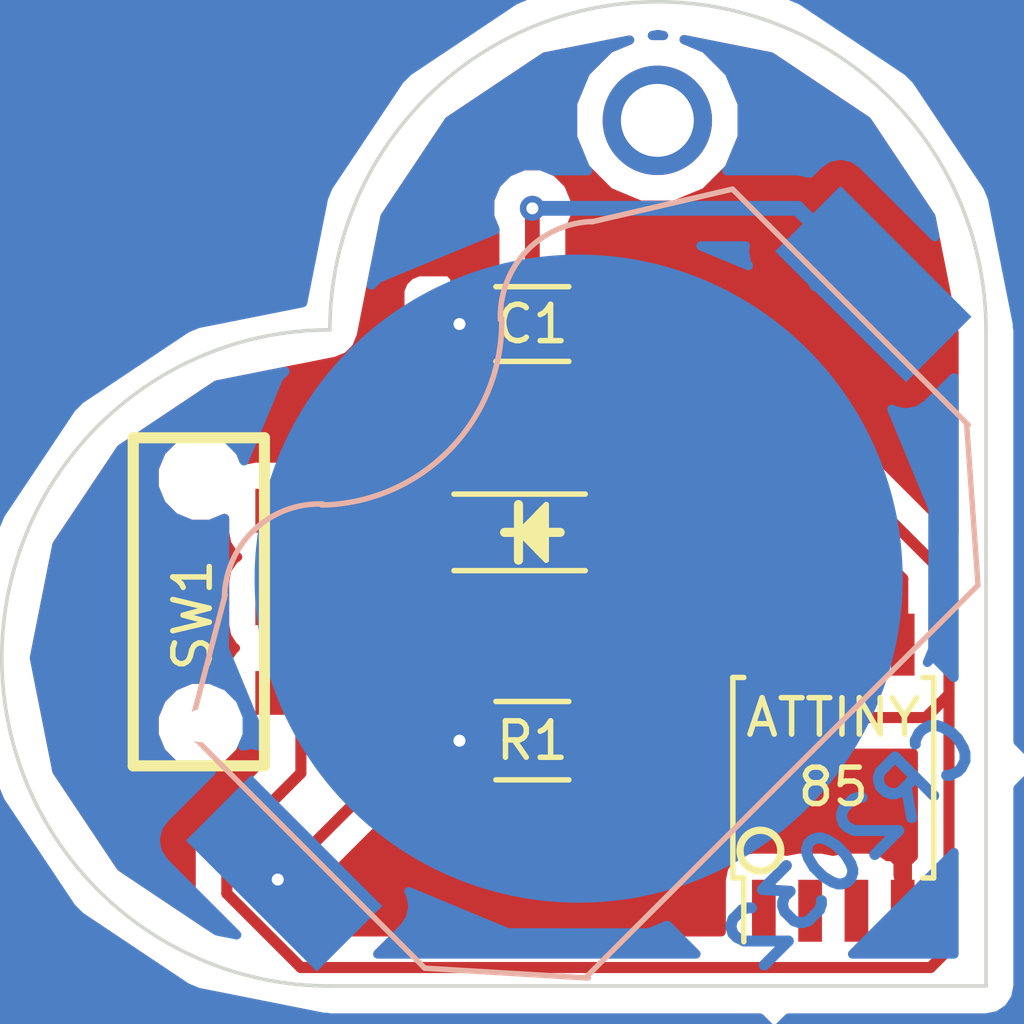
<source format=kicad_pcb>
(kicad_pcb (version 4) (host pcbnew 4.0.7)

  (general
    (links 9)
    (no_connects 0)
    (area 191.769999 76.199999 218.870001 103.300001)
    (thickness 1.6)
    (drawings 45)
    (tracks 55)
    (zones 0)
    (modules 7)
    (nets 10)
  )

  (page USLetter)
  (layers
    (0 F.Cu signal hide)
    (31 B.Cu signal hide)
    (34 B.Paste user hide)
    (35 F.Paste user hide)
    (36 B.SilkS user hide)
    (37 F.SilkS user hide)
    (38 B.Mask user hide)
    (39 F.Mask user hide)
    (40 Dwgs.User user)
    (44 Edge.Cuts user)
  )

  (setup
    (last_trace_width 0.1524)
    (user_trace_width 0.254)
    (user_trace_width 0.3048)
    (user_trace_width 0.4064)
    (user_trace_width 0.6096)
    (user_trace_width 2.032)
    (trace_clearance 0.1524)
    (zone_clearance 0.7)
    (zone_45_only no)
    (trace_min 0.1524)
    (segment_width 0.254)
    (edge_width 0.1)
    (via_size 0.6858)
    (via_drill 0.3302)
    (via_min_size 0.6858)
    (via_min_drill 0.3302)
    (user_via 1 0.5)
    (uvia_size 0.762)
    (uvia_drill 0.508)
    (uvias_allowed no)
    (uvia_min_size 0.508)
    (uvia_min_drill 0.127)
    (pcb_text_width 0.3)
    (pcb_text_size 1.5 1.5)
    (mod_edge_width 0.15)
    (mod_text_size 1 1)
    (mod_text_width 0.15)
    (pad_size 3 3)
    (pad_drill 2)
    (pad_to_mask_clearance 0)
    (aux_axis_origin 0 0)
    (grid_origin 210.82 95.25)
    (visible_elements 7FFFFFFF)
    (pcbplotparams
      (layerselection 0x010cc_80000001)
      (usegerberextensions true)
      (excludeedgelayer true)
      (linewidth 0.100000)
      (plotframeref false)
      (viasonmask false)
      (mode 1)
      (useauxorigin false)
      (hpglpennumber 1)
      (hpglpenspeed 20)
      (hpglpendiameter 15)
      (hpglpenoverlay 2)
      (psnegative false)
      (psa4output false)
      (plotreference true)
      (plotvalue true)
      (plotinvisibletext false)
      (padsonsilk false)
      (subtractmaskfromsilk false)
      (outputformat 1)
      (mirror false)
      (drillshape 0)
      (scaleselection 1)
      (outputdirectory gerbers/))
  )

  (net 0 "")
  (net 1 GND)
  (net 2 +BATT)
  (net 3 "Net-(BT1-Pad1)")
  (net 4 "Net-(CON1-Pad1)")
  (net 5 "Net-(CON1-Pad3)")
  (net 6 "Net-(CON1-Pad4)")
  (net 7 "Net-(CON1-Pad5)")
  (net 8 "Net-(D1-Pad1)")
  (net 9 "Net-(IC1-Pad2)")

  (net_class Default "This is the default net class."
    (clearance 0.1524)
    (trace_width 0.1524)
    (via_dia 0.6858)
    (via_drill 0.3302)
    (uvia_dia 0.762)
    (uvia_drill 0.508)
    (add_net +BATT)
    (add_net GND)
    (add_net "Net-(BT1-Pad1)")
    (add_net "Net-(CON1-Pad1)")
    (add_net "Net-(CON1-Pad3)")
    (add_net "Net-(CON1-Pad4)")
    (add_net "Net-(CON1-Pad5)")
    (add_net "Net-(D1-Pad1)")
    (add_net "Net-(IC1-Pad2)")
  )

  (module SPST_SMD (layer F.Cu) (tedit 5A20C6BD) (tstamp 586092E3)
    (at 200.025 92.71 270)
    (descr "Through hole pin header")
    (tags "pin header")
    (path /5860A0CD)
    (fp_text reference SW1 (at 0.365 2.97 270) (layer F.SilkS)
      (effects (font (size 1 1) (thickness 0.15)))
    )
    (fp_text value SPST (at 0.1 0 270) (layer F.Fab)
      (effects (font (size 1 1) (thickness 0.15)))
    )
    (fp_line (start -4.5 4.6) (end 4.5 4.6) (layer F.SilkS) (width 0.3048))
    (fp_line (start 4.5 1) (end 4.5 4.6) (layer F.SilkS) (width 0.3048))
    (fp_line (start -4.5 1) (end -4.5 4.6) (layer F.SilkS) (width 0.3048))
    (fp_line (start -4.5 1) (end 4.5 1) (layer F.SilkS) (width 0.3048))
    (fp_text user JS102011SAQN (at 0 1.7 270) (layer F.Fab)
      (effects (font (size 0.8 0.8) (thickness 0.1)))
    )
    (fp_line (start -1.75 14.45) (end 4.3 14.45) (layer F.CrtYd) (width 0.05))
    (pad "" np_thru_hole circle (at 3.4 2.75 270) (size 0.9 0.9) (drill 0.9) (layers *.Cu *.Mask))
    (pad 3 smd rect (at -2.5 0 270) (size 1.2 2.5) (layers F.Cu F.Paste F.Mask))
    (pad 2 smd rect (at 0.04 0 270) (size 1.2 2.5) (layers F.Cu F.Paste F.Mask)
      (net 3 "Net-(BT1-Pad1)"))
    (pad 1 smd rect (at 2.5 0 270) (size 1.2 2.5) (layers F.Cu F.Paste F.Mask)
      (net 2 +BATT))
    (pad "" np_thru_hole circle (at -3.4 2.75 270) (size 0.9 0.9) (drill 0.9) (layers *.Cu *.Mask))
  )

  (module myFootPrints:BATT_CR2032_SMD (layer B.Cu) (tedit 56CFB5D2) (tstamp 586093B2)
    (at 207.645 92.075 45)
    (tags battery)
    (path /56CFA61E)
    (fp_text reference BT1 (at 0 -5.08 45) (layer B.SilkS) hide
      (effects (font (size 1.72974 1.08712) (thickness 0.27178)) (justify mirror))
    )
    (fp_text value Battery (at 0 2.54 45) (layer B.SilkS) hide
      (effects (font (size 1.524 1.016) (thickness 0.254)) (justify mirror))
    )
    (fp_line (start -7.1755 -6.5405) (end -10.541 -4.572) (layer B.SilkS) (width 0.15))
    (fp_line (start 7.1755 -6.6675) (end 10.541 -4.572) (layer B.SilkS) (width 0.15))
    (fp_arc (start -5.4229 -4.6355) (end -3.5179 -6.4135) (angle -90) (layer B.SilkS) (width 0.15))
    (fp_arc (start 5.4102 -4.7625) (end 7.1882 -6.6675) (angle -90) (layer B.SilkS) (width 0.15))
    (fp_arc (start -0.0635 -10.033) (end -3.556 -6.4135) (angle -90) (layer B.SilkS) (width 0.15))
    (fp_line (start 7.62 7.874) (end 10.541 4.5085) (layer B.SilkS) (width 0.15))
    (fp_line (start -10.541 4.572) (end -7.5565 7.9375) (layer B.SilkS) (width 0.15))
    (fp_line (start -7.62 7.874) (end 7.62 7.874) (layer B.SilkS) (width 0.15))
    (fp_line (start -10.541 -4.572) (end -10.541 4.572) (layer B.SilkS) (width 0.15))
    (fp_line (start 10.541 -4.572) (end 10.541 4.572) (layer B.SilkS) (width 0.15))
    (fp_circle (center 0 0) (end -10.16 0) (layer Dwgs.User) (width 0.15))
    (pad 2 smd circle (at 0 0 45) (size 17.78 17.78) (layers B.Cu B.Paste B.Mask)
      (net 1 GND))
    (pad 1 smd rect (at -11.43 0 45) (size 2.54 5.08) (layers B.Cu B.Paste B.Mask)
      (net 3 "Net-(BT1-Pad1)"))
    (pad 1 smd rect (at 11.43 0 45) (size 2.54 5.08) (layers B.Cu B.Paste B.Mask)
      (net 3 "Net-(BT1-Pad1)"))
  )

  (module Housings_SOIC:SOIJ-8_5.3x5.3mm_Pitch1.27mm (layer F.Cu) (tedit 58D85853) (tstamp 58C47A99)
    (at 214.63 97.536 90)
    (descr "8-Lead Plastic Small Outline (SM) - Medium, 5.28 mm Body [SOIC] (see Microchip Packaging Specification 00000049BS.pdf)")
    (tags "SOIC 1.27")
    (path /58C478D3)
    (attr smd)
    (fp_text reference ATTINY (at 1.651 0 180) (layer F.SilkS)
      (effects (font (size 1 1) (thickness 0.15)))
    )
    (fp_text value ATTINY (at 0 3.68 90) (layer F.Fab)
      (effects (font (size 1 1) (thickness 0.15)))
    )
    (fp_circle (center -2 -2) (end -2.25 -2.5) (layer F.SilkS) (width 0.2))
    (fp_line (start -4.75 -2.95) (end -4.75 2.95) (layer F.CrtYd) (width 0.05))
    (fp_line (start 4.75 -2.95) (end 4.75 2.95) (layer F.CrtYd) (width 0.05))
    (fp_line (start -4.75 -2.95) (end 4.75 -2.95) (layer F.CrtYd) (width 0.05))
    (fp_line (start -4.75 2.95) (end 4.75 2.95) (layer F.CrtYd) (width 0.05))
    (fp_line (start -2.75 -2.755) (end -2.75 -2.455) (layer F.SilkS) (width 0.15))
    (fp_line (start 2.75 -2.755) (end 2.75 -2.455) (layer F.SilkS) (width 0.15))
    (fp_line (start 2.75 2.755) (end 2.75 2.455) (layer F.SilkS) (width 0.15))
    (fp_line (start -2.75 2.755) (end -2.75 2.455) (layer F.SilkS) (width 0.15))
    (fp_line (start -2.75 -2.755) (end 2.75 -2.755) (layer F.SilkS) (width 0.15))
    (fp_line (start -2.75 2.755) (end 2.75 2.755) (layer F.SilkS) (width 0.15))
    (fp_line (start -2.75 -2.455) (end -4.5 -2.455) (layer F.SilkS) (width 0.15))
    (pad 1 smd rect (at -3.65 -1.905 90) (size 1.7 0.65) (layers F.Cu F.Paste F.Mask)
      (net 7 "Net-(CON1-Pad5)"))
    (pad 2 smd rect (at -3.65 -0.635 90) (size 1.7 0.65) (layers F.Cu F.Paste F.Mask)
      (net 9 "Net-(IC1-Pad2)"))
    (pad 3 smd rect (at -3.65 0.635 90) (size 1.7 0.65) (layers F.Cu F.Paste F.Mask))
    (pad 4 smd rect (at -3.65 1.905 90) (size 1.7 0.65) (layers F.Cu F.Paste F.Mask)
      (net 1 GND))
    (pad 5 smd rect (at 3.65 1.905 90) (size 1.7 0.65) (layers F.Cu F.Paste F.Mask)
      (net 6 "Net-(CON1-Pad4)"))
    (pad 6 smd rect (at 3.65 0.635 90) (size 1.7 0.65) (layers F.Cu F.Paste F.Mask)
      (net 4 "Net-(CON1-Pad1)"))
    (pad 7 smd rect (at 3.65 -0.635 90) (size 1.7 0.65) (layers F.Cu F.Paste F.Mask)
      (net 5 "Net-(CON1-Pad3)"))
    (pad 8 smd rect (at 3.65 -1.905 90) (size 1.7 0.65) (layers F.Cu F.Paste F.Mask)
      (net 2 +BATT))
    (model Housings_SOIC.3dshapes/SOIJ-8_5.3x5.3mm_Pitch1.27mm.wrl
      (at (xyz 0 0 0))
      (scale (xyz 1 1 1))
      (rotate (xyz 0 0 0))
    )
  )

  (module LEDs:LED-1206 (layer F.Cu) (tedit 58C4D23A) (tstamp 58C47B3C)
    (at 206.375 90.805)
    (descr "LED 1206 smd package")
    (tags "LED1206 SMD")
    (path /58C49927)
    (attr smd)
    (fp_text reference D1 (at 0 -2) (layer F.SilkS) hide
      (effects (font (size 1 1) (thickness 0.15)))
    )
    (fp_text value LED (at 0 2) (layer F.Fab)
      (effects (font (size 1 1) (thickness 0.15)))
    )
    (fp_line (start -0.762 0) (end 0.762 0) (layer F.SilkS) (width 0.25))
    (fp_line (start -0.381 -0.762) (end -0.381 0.762) (layer F.SilkS) (width 0.25))
    (fp_line (start -0.635 0) (end -0.508 0) (layer F.SilkS) (width 0.15))
    (fp_line (start 0.254 0.635) (end 0.381 0.762) (layer F.SilkS) (width 0.15))
    (fp_line (start 0.254 -0.635) (end 0.381 -0.762) (layer F.SilkS) (width 0.15))
    (fp_line (start 0.381 -0.762) (end 0.381 0.762) (layer F.SilkS) (width 0.15))
    (fp_line (start 0.127 -0.508) (end 0.254 -0.635) (layer F.SilkS) (width 0.15))
    (fp_line (start 0.127 0.508) (end 0.254 0.635) (layer F.SilkS) (width 0.15))
    (fp_line (start 0.254 0.508) (end 0.254 0.635) (layer F.SilkS) (width 0.15))
    (fp_line (start 0.254 -0.635) (end 0.254 0.508) (layer F.SilkS) (width 0.15))
    (fp_line (start -2.15 1.05) (end 1.45 1.05) (layer F.SilkS) (width 0.15))
    (fp_line (start -2.15 -1.05) (end 1.45 -1.05) (layer F.SilkS) (width 0.15))
    (fp_line (start 0.027 -0.3) (end 0.027 0.3) (layer F.SilkS) (width 0.15))
    (fp_line (start 0.027 0.3) (end -0.273 0) (layer F.SilkS) (width 0.15))
    (fp_line (start -0.273 0) (end -0.073 -0.2) (layer F.SilkS) (width 0.15))
    (fp_line (start -0.073 -0.2) (end -0.073 0.05) (layer F.SilkS) (width 0.15))
    (fp_line (start -0.073 0.05) (end -0.123 0) (layer F.SilkS) (width 0.15))
    (fp_line (start 0.127 0) (end 0.627 0) (layer F.SilkS) (width 0.15))
    (fp_line (start -0.373 0) (end 0.127 -0.5) (layer F.SilkS) (width 0.15))
    (fp_line (start 0.127 -0.5) (end 0.127 0.5) (layer F.SilkS) (width 0.15))
    (fp_line (start 0.127 0.5) (end -0.373 0) (layer F.SilkS) (width 0.15))
    (fp_line (start 2.5 -1.25) (end -2.5 -1.25) (layer F.CrtYd) (width 0.05))
    (fp_line (start -2.5 -1.25) (end -2.5 1.25) (layer F.CrtYd) (width 0.05))
    (fp_line (start -2.5 1.25) (end 2.5 1.25) (layer F.CrtYd) (width 0.05))
    (fp_line (start 2.5 1.25) (end 2.5 -1.25) (layer F.CrtYd) (width 0.05))
    (pad 2 smd rect (at 1.905 0 180) (size 2 1.80086) (layers F.Cu F.Paste F.Mask)
      (net 6 "Net-(CON1-Pad4)"))
    (pad 1 smd rect (at -1.905 0 180) (size 2 1.80086) (layers F.Cu F.Paste F.Mask)
      (net 8 "Net-(D1-Pad1)"))
    (model LEDs.3dshapes/LED_1206.wrl
      (at (xyz 0 0 0))
      (scale (xyz 1 1 1))
      (rotate (xyz 0 0 0))
    )
  )

  (module Pin_Headers:Pin_Header_Straight_1x01 (layer F.Cu) (tedit 58C4AD73) (tstamp 5860AB5B)
    (at 209.804 79.502)
    (descr "Through hole pin header")
    (tags "pin header")
    (path /5860AE9A)
    (fp_text reference P1 (at -0.6 -0.5) (layer F.SilkS) hide
      (effects (font (size 0.127 0.127) (thickness 0.03175)))
    )
    (fp_text value CONN_01X01 (at 0 0.9) (layer F.Fab)
      (effects (font (size 0.127 0.127) (thickness 0.03175)))
    )
    (pad "" thru_hole circle (at 0 0) (size 3 3) (drill 2) (layers *.Cu *.Mask))
  )

  (module Capacitors_SMD:C_1206_HandSoldering (layer F.Cu) (tedit 58C47DA8) (tstamp 58C47A8D)
    (at 206.375 85.09)
    (descr "Capacitor SMD 1206, hand soldering")
    (tags "capacitor 1206")
    (path /553FDF53)
    (attr smd)
    (fp_text reference C1 (at 0 0) (layer F.SilkS)
      (effects (font (size 1 1) (thickness 0.15)))
    )
    (fp_text value "0.1 uF" (at 0 2.3) (layer F.Fab)
      (effects (font (size 1 1) (thickness 0.15)))
    )
    (fp_line (start -3.3 -1.15) (end 3.3 -1.15) (layer F.CrtYd) (width 0.05))
    (fp_line (start -3.3 1.15) (end 3.3 1.15) (layer F.CrtYd) (width 0.05))
    (fp_line (start -3.3 -1.15) (end -3.3 1.15) (layer F.CrtYd) (width 0.05))
    (fp_line (start 3.3 -1.15) (end 3.3 1.15) (layer F.CrtYd) (width 0.05))
    (fp_line (start 1 -1.025) (end -1 -1.025) (layer F.SilkS) (width 0.15))
    (fp_line (start -1 1.025) (end 1 1.025) (layer F.SilkS) (width 0.15))
    (pad 1 smd rect (at -2 0) (size 2 1.6) (layers F.Cu F.Paste F.Mask)
      (net 1 GND))
    (pad 2 smd rect (at 2 0) (size 2 1.6) (layers F.Cu F.Paste F.Mask)
      (net 2 +BATT))
    (model Capacitors_SMD.3dshapes/C_1206_HandSoldering.wrl
      (at (xyz 0 0 0))
      (scale (xyz 1 1 1))
      (rotate (xyz 0 0 0))
    )
  )

  (module Resistors_SMD:R_1206_HandSoldering (layer F.Cu) (tedit 58C47DAE) (tstamp 58C47A9F)
    (at 206.375 96.52 180)
    (descr "Resistor SMD 1206, hand soldering")
    (tags "resistor 1206")
    (path /56CEB2B5)
    (attr smd)
    (fp_text reference R1 (at 0 0 180) (layer F.SilkS)
      (effects (font (size 1 1) (thickness 0.15)))
    )
    (fp_text value 330 (at 0 2.3 180) (layer F.Fab)
      (effects (font (size 1 1) (thickness 0.15)))
    )
    (fp_line (start -3.3 -1.2) (end 3.3 -1.2) (layer F.CrtYd) (width 0.05))
    (fp_line (start -3.3 1.2) (end 3.3 1.2) (layer F.CrtYd) (width 0.05))
    (fp_line (start -3.3 -1.2) (end -3.3 1.2) (layer F.CrtYd) (width 0.05))
    (fp_line (start 3.3 -1.2) (end 3.3 1.2) (layer F.CrtYd) (width 0.05))
    (fp_line (start 1 1.075) (end -1 1.075) (layer F.SilkS) (width 0.15))
    (fp_line (start -1 -1.075) (end 1 -1.075) (layer F.SilkS) (width 0.15))
    (pad 1 smd rect (at -2 0 180) (size 2 1.7) (layers F.Cu F.Paste F.Mask)
      (net 8 "Net-(D1-Pad1)"))
    (pad 2 smd rect (at 2 0 180) (size 2 1.7) (layers F.Cu F.Paste F.Mask)
      (net 1 GND))
    (model Resistors_SMD.3dshapes/R_1206_HandSoldering.wrl
      (at (xyz 0 0 0))
      (scale (xyz 1 1 1))
      (rotate (xyz 0 0 0))
    )
  )

  (gr_text CR2032 (at 215.138 99.314 45) (layer B.Cu)
    (effects (font (size 1.5 1.5) (thickness 0.3)) (justify mirror))
  )
  (gr_line (start 204.47 92.71) (end 208.28 96.52) (angle 90) (layer F.Mask) (width 0.254))
  (gr_line (start 204.47 91.44) (end 204.47 92.71) (angle 90) (layer F.Mask) (width 0.254))
  (gr_line (start 216.535 92.075) (end 216.535 93.98) (angle 90) (layer F.Mask) (width 0.254))
  (gr_line (start 215.265 90.805) (end 216.535 92.075) (angle 90) (layer F.Mask) (width 0.254))
  (gr_line (start 208.915 90.805) (end 215.265 90.805) (angle 90) (layer F.Mask) (width 0.254))
  (gr_line (start 206.375 86.995) (end 206.375 83.82) (angle 90) (layer F.Mask) (width 0.254))
  (gr_line (start 205.74 87.63) (end 206.375 86.995) (angle 90) (layer F.Mask) (width 0.254))
  (gr_line (start 203.835 87.63) (end 205.74 87.63) (angle 90) (layer F.Mask) (width 0.254))
  (gr_line (start 202.565 88.9) (end 203.835 87.63) (angle 90) (layer F.Mask) (width 0.254))
  (gr_line (start 202.565 92.075) (end 202.565 88.9) (angle 90) (layer F.Mask) (width 0.254))
  (gr_line (start 201.93 92.71) (end 202.565 92.075) (angle 90) (layer F.Mask) (width 0.254))
  (gr_line (start 200.66 92.71) (end 201.93 92.71) (angle 90) (layer F.Mask) (width 0.254))
  (gr_line (start 210.82 85.09) (end 208.661 85.09) (angle 90) (layer F.Mask) (width 0.254))
  (gr_line (start 217.805 92.075) (end 210.82 85.09) (angle 90) (layer F.Mask) (width 0.254))
  (gr_line (start 217.805 102.235) (end 217.805 92.075) (angle 90) (layer F.Mask) (width 0.254))
  (gr_line (start 217.297 102.743) (end 217.805 102.235) (angle 90) (layer F.Mask) (width 0.254))
  (gr_line (start 200.025 102.743) (end 217.297 102.743) (angle 90) (layer F.Mask) (width 0.254))
  (gr_line (start 197.993 100.711) (end 200.025 102.743) (angle 90) (layer F.Mask) (width 0.254))
  (gr_line (start 197.993 99.441) (end 197.993 100.711) (angle 90) (layer F.Mask) (width 0.254))
  (gr_line (start 200.025 97.409) (end 197.993 99.441) (angle 90) (layer F.Mask) (width 0.254))
  (gr_line (start 200.025 95.377) (end 200.025 97.409) (angle 90) (layer F.Mask) (width 0.254))
  (gr_line (start 202.565 97.155) (end 199.39 100.33) (angle 90) (layer F.Mask) (width 0.254))
  (gr_line (start 202.565 93.98) (end 202.565 97.155) (angle 90) (layer F.Mask) (width 0.254))
  (gr_line (start 201.295 92.71) (end 202.565 93.98) (angle 90) (layer F.Mask) (width 0.254))
  (gr_line (start 207.645 91.44) (end 207.645 92.71) (angle 90) (layer Dwgs.User) (width 0.254))
  (gr_line (start 207.01 92.075) (end 208.28 92.075) (angle 90) (layer Dwgs.User) (width 0.254))
  (gr_text CR2032 (at 215.138 99.314 45) (layer B.Mask)
    (effects (font (size 1.5 1.5) (thickness 0.3)) (justify mirror))
  )
  (gr_text 85 (at 214.63 97.79) (layer F.SilkS)
    (effects (font (size 1 1) (thickness 0.15)))
  )
  (gr_line (start 200.82 103.25) (end 196.82 99.25) (angle 90) (layer Dwgs.User) (width 0.254))
  (gr_line (start 202.82 101.25) (end 200.82 103.25) (angle 90) (layer Dwgs.User) (width 0.254))
  (gr_line (start 198.82 97.25) (end 202.82 101.25) (angle 90) (layer Dwgs.User) (width 0.254))
  (gr_line (start 196.82 99.25) (end 198.82 97.25) (angle 90) (layer Dwgs.User) (width 0.254))
  (gr_line (start 216.82 87.25) (end 218.82 85.25) (angle 90) (layer Dwgs.User) (width 0.254))
  (gr_line (start 216.82 87.25) (end 212.82 83.25) (angle 90) (layer Dwgs.User) (width 0.254))
  (gr_line (start 214.82 81.25) (end 218.82 85.25) (angle 90) (layer Dwgs.User) (width 0.254))
  (gr_line (start 212.82 83.25) (end 214.82 81.25) (angle 90) (layer Dwgs.User) (width 0.254))
  (gr_circle (center 207.82 92.25) (end 197.82 90.25) (layer Dwgs.User) (width 0.254))
  (gr_line (start 200.82 103.25) (end 218.82 103.25) (angle 90) (layer Edge.Cuts) (width 0.1))
  (gr_arc (start 200.82 94.25) (end 200.82 103.25) (angle 90) (layer Edge.Cuts) (width 0.1))
  (gr_arc (start 200.82 94.25) (end 191.82 94.25) (angle 90) (layer Edge.Cuts) (width 0.1))
  (gr_arc (start 209.82 85.25) (end 200.82 85.25) (angle 90) (layer Edge.Cuts) (width 0.1))
  (gr_arc (start 209.82 85.25) (end 209.82 76.25) (angle 90) (layer Edge.Cuts) (width 0.1))
  (gr_line (start 218.82 103.25) (end 218.82 85.25) (angle 90) (layer Edge.Cuts) (width 0.1))
  (gr_line (start 202.32 86.75) (end 219.82 104.25) (angle 90) (layer Dwgs.User) (width 0.1))

  (via (at 204.375 85.09) (size 0.6858) (drill 0.3302) (layers F.Cu B.Cu) (net 1))
  (segment (start 204.375 85.09) (end 207.645 88.36) (width 0.3048) (layer B.Cu) (net 1) (tstamp 5A20C814))
  (segment (start 207.645 88.36) (end 207.645 92.075) (width 0.3048) (layer B.Cu) (net 1) (tstamp 5A20C815))
  (segment (start 204.375 85.09) (end 204.47 85.09) (width 0.3048) (layer F.Cu) (net 1))
  (via (at 204.375 96.52) (size 0.6858) (drill 0.3302) (layers F.Cu B.Cu) (net 1))
  (segment (start 204.375 96.52) (end 207.645 93.25) (width 0.3048) (layer B.Cu) (net 1) (tstamp 5A20C33A))
  (segment (start 207.645 93.25) (end 207.645 92.075) (width 0.3048) (layer B.Cu) (net 1) (tstamp 5A20C33B))
  (segment (start 204.375 96.52) (end 204.375 98.33) (width 0.3048) (layer F.Cu) (net 1))
  (segment (start 215.9 99.06) (end 216.535 99.695) (width 0.3048) (layer F.Cu) (net 1) (tstamp 5A20C25F))
  (segment (start 205.105 99.06) (end 215.9 99.06) (width 0.3048) (layer F.Cu) (net 1) (tstamp 5A20C25C))
  (segment (start 204.375 98.33) (end 205.105 99.06) (width 0.3048) (layer F.Cu) (net 1) (tstamp 5A20C258))
  (segment (start 216.535 99.695) (end 216.535 101.186) (width 0.3048) (layer F.Cu) (net 1) (tstamp 5A20C261))
  (segment (start 204.47 84.995) (end 204.375 85.09) (width 0.3048) (layer F.Cu) (net 1) (tstamp 58D85785))
  (segment (start 204.375 85.09) (end 204.089 85.09) (width 0.3048) (layer F.Cu) (net 1))
  (segment (start 200.025 95.21) (end 200.025 97.409) (width 0.3048) (layer F.Cu) (net 2))
  (segment (start 217.805 102.235) (end 217.805 95.25) (width 0.3048) (layer F.Cu) (net 2) (tstamp 5A20C71B))
  (segment (start 217.297 102.743) (end 217.805 102.235) (width 0.3048) (layer F.Cu) (net 2) (tstamp 5A20C718))
  (segment (start 200.025 102.743) (end 217.297 102.743) (width 0.3048) (layer F.Cu) (net 2) (tstamp 5A20C715))
  (segment (start 197.993 100.711) (end 200.025 102.743) (width 0.3048) (layer F.Cu) (net 2) (tstamp 5A20C710))
  (segment (start 197.993 99.441) (end 197.993 100.711) (width 0.3048) (layer F.Cu) (net 2) (tstamp 5A20C70E))
  (segment (start 200.025 97.409) (end 197.993 99.441) (width 0.3048) (layer F.Cu) (net 2) (tstamp 5A20C70B))
  (segment (start 212.725 93.886) (end 212.725 95.25) (width 0.3048) (layer F.Cu) (net 2))
  (segment (start 210.82 85.09) (end 208.375 85.09) (width 0.3048) (layer F.Cu) (net 2) (tstamp 5A20C600))
  (segment (start 217.805 92.075) (end 210.82 85.09) (width 0.3048) (layer F.Cu) (net 2) (tstamp 5A20C5FA))
  (segment (start 217.805 95.25) (end 217.805 92.075) (width 0.3048) (layer F.Cu) (net 2) (tstamp 5A20C5F8))
  (segment (start 217.17 95.885) (end 217.805 95.25) (width 0.3048) (layer F.Cu) (net 2) (tstamp 5A20C5F7))
  (segment (start 213.36 95.885) (end 217.17 95.885) (width 0.3048) (layer F.Cu) (net 2) (tstamp 5A20C5F6))
  (segment (start 212.725 95.25) (end 213.36 95.885) (width 0.3048) (layer F.Cu) (net 2) (tstamp 5A20C5F4))
  (segment (start 208.375 85.09) (end 208.375 84.55) (width 0.3048) (layer F.Cu) (net 2))
  (segment (start 208.375 85.09) (end 208.375 85.122) (width 0.3048) (layer F.Cu) (net 2))
  (segment (start 206.375 81.915) (end 213.649462 81.915) (width 0.4064) (layer B.Cu) (net 3))
  (segment (start 201.89 92.75) (end 202.565 92.075) (width 0.4064) (layer F.Cu) (net 3) (tstamp 5A20D1EB))
  (segment (start 202.565 92.075) (end 202.565 88.9) (width 0.4064) (layer F.Cu) (net 3) (tstamp 5A20D1EC))
  (segment (start 202.565 88.9) (end 203.835 87.63) (width 0.4064) (layer F.Cu) (net 3) (tstamp 5A20D1ED))
  (segment (start 203.835 87.63) (end 205.74 87.63) (width 0.4064) (layer F.Cu) (net 3) (tstamp 5A20D1EE))
  (segment (start 205.74 87.63) (end 206.375 86.995) (width 0.4064) (layer F.Cu) (net 3) (tstamp 5A20D1EF))
  (segment (start 206.375 86.995) (end 206.375 81.915) (width 0.4064) (layer F.Cu) (net 3) (tstamp 5A20D1F0))
  (via (at 206.375 81.915) (size 0.6858) (drill 0.3302) (layers F.Cu B.Cu) (net 3))
  (segment (start 200.025 92.75) (end 201.89 92.75) (width 0.4064) (layer F.Cu) (net 3))
  (segment (start 213.649462 81.915) (end 215.727231 83.992769) (width 0.4064) (layer B.Cu) (net 3) (tstamp 5A20D1F9))
  (segment (start 214.167769 83.992769) (end 215.727231 83.992769) (width 0.4064) (layer B.Cu) (net 3) (tstamp 5A20D1F4))
  (segment (start 200.025 92.75) (end 201.335 92.75) (width 0.3048) (layer F.Cu) (net 3))
  (segment (start 199.39 100.33) (end 199.562769 100.157231) (width 0.3048) (layer B.Cu) (net 3) (tstamp 5A20C53D))
  (via (at 199.39 100.33) (size 0.6858) (drill 0.3302) (layers F.Cu B.Cu) (net 3))
  (segment (start 202.565 97.155) (end 199.39 100.33) (width 0.3048) (layer F.Cu) (net 3) (tstamp 5A20C536))
  (segment (start 202.565 93.98) (end 202.565 97.155) (width 0.3048) (layer F.Cu) (net 3) (tstamp 5A20C534))
  (segment (start 201.335 92.75) (end 202.565 93.98) (width 0.3048) (layer F.Cu) (net 3) (tstamp 5A20C531))
  (segment (start 216.535 93.886) (end 216.535 92.075) (width 0.3048) (layer F.Cu) (net 6))
  (segment (start 215.265 90.805) (end 208.28 90.805) (width 0.3048) (layer F.Cu) (net 6) (tstamp 5A20C057))
  (segment (start 216.535 92.075) (end 215.265 90.805) (width 0.3048) (layer F.Cu) (net 6) (tstamp 5A20C055))
  (segment (start 208.788 90.297) (end 208.28 90.805) (width 0.3048) (layer F.Cu) (net 6) (tstamp 58D856C3))
  (segment (start 208.375 90.9) (end 208.28 90.805) (width 0.3048) (layer F.Cu) (net 6) (tstamp 58D8560E))
  (segment (start 204.47 90.805) (end 204.47 92.615) (width 0.3048) (layer F.Cu) (net 8))
  (segment (start 204.47 92.615) (end 208.375 96.52) (width 0.3048) (layer F.Cu) (net 8) (tstamp 58D856BF))
  (segment (start 204.375 90.9) (end 204.47 90.805) (width 0.3048) (layer F.Cu) (net 8) (tstamp 58D8532E))

  (zone (net 1) (net_name GND) (layer F.Cu) (tstamp 5A20BF7B) (hatch edge 0.508)
    (connect_pads (clearance 0.7))
    (min_thickness 0.254)
    (fill yes (arc_segments 16) (thermal_gap 0.508) (thermal_bridge_width 0.508))
    (polygon
      (pts
        (xy 220.98 105.41) (xy 189.23 105.41) (xy 189.23 74.93) (xy 220.98 74.93)
      )
    )
    (filled_polygon
      (pts
        (xy 214.170519 89.8256) (xy 210.108342 89.8256) (xy 210.065535 89.598102) (xy 209.884413 89.316631) (xy 209.608052 89.127801)
        (xy 209.28 89.061369) (xy 207.28 89.061369) (xy 206.973532 89.119035) (xy 206.692061 89.300157) (xy 206.503231 89.576518)
        (xy 206.436799 89.90457) (xy 206.436799 91.70543) (xy 206.494465 92.011898) (xy 206.675587 92.293369) (xy 206.951948 92.482199)
        (xy 207.28 92.548631) (xy 209.28 92.548631) (xy 209.586468 92.490965) (xy 209.867939 92.309843) (xy 210.056769 92.033482)
        (xy 210.107209 91.7844) (xy 214.85932 91.7844) (xy 215.267718 92.192799) (xy 214.94 92.192799) (xy 214.633532 92.250465)
        (xy 214.626646 92.254896) (xy 214.32 92.192799) (xy 213.67 92.192799) (xy 213.363532 92.250465) (xy 213.356646 92.254896)
        (xy 213.05 92.192799) (xy 212.4 92.192799) (xy 212.093532 92.250465) (xy 211.812061 92.431587) (xy 211.623231 92.707948)
        (xy 211.556799 93.036) (xy 211.556799 94.736) (xy 211.614465 95.042468) (xy 211.7456 95.246257) (xy 211.7456 95.25)
        (xy 211.804018 95.54369) (xy 211.820152 95.624801) (xy 212.03246 95.94254) (xy 212.66746 96.577541) (xy 212.970761 96.7802)
        (xy 212.9852 96.789848) (xy 213.36 96.8644) (xy 216.8256 96.8644) (xy 216.8256 99.701) (xy 216.82075 99.701)
        (xy 216.662 99.85975) (xy 216.662 101.059) (xy 216.682 101.059) (xy 216.682 101.313) (xy 216.662 101.313)
        (xy 216.662 101.333) (xy 216.433201 101.333) (xy 216.433201 100.336) (xy 216.408 100.202068) (xy 216.408 99.85975)
        (xy 216.24925 99.701) (xy 216.125537 99.701) (xy 215.918052 99.559231) (xy 215.59 99.492799) (xy 214.94 99.492799)
        (xy 214.633532 99.550465) (xy 214.626646 99.554896) (xy 214.32 99.492799) (xy 213.67 99.492799) (xy 213.363532 99.550465)
        (xy 213.356646 99.554896) (xy 213.05 99.492799) (xy 212.4 99.492799) (xy 212.093532 99.550465) (xy 211.812061 99.731587)
        (xy 211.623231 100.007948) (xy 211.556799 100.336) (xy 211.556799 101.7636) (xy 200.43068 101.7636) (xy 200.00769 101.34061)
        (xy 200.05183 101.322372) (xy 200.381215 100.993561) (xy 200.559697 100.563728) (xy 200.559713 100.545367) (xy 203.143607 97.961473)
        (xy 203.248691 98.005) (xy 204.08925 98.005) (xy 204.248 97.84625) (xy 204.248 96.647) (xy 204.502 96.647)
        (xy 204.502 97.84625) (xy 204.66075 98.005) (xy 205.501309 98.005) (xy 205.734698 97.908327) (xy 205.913327 97.729699)
        (xy 206.01 97.49631) (xy 206.01 96.80575) (xy 205.85125 96.647) (xy 204.502 96.647) (xy 204.248 96.647)
        (xy 204.228 96.647) (xy 204.228 96.393) (xy 204.248 96.393) (xy 204.248 95.19375) (xy 204.08925 95.035)
        (xy 203.5444 95.035) (xy 203.5444 93.98) (xy 203.469848 93.6052) (xy 203.413454 93.520801) (xy 203.257541 93.28746)
        (xy 203.033502 93.063421) (xy 203.293461 92.803462) (xy 203.46448 92.547513) (xy 203.47 92.548631) (xy 203.4906 92.548631)
        (xy 203.4906 92.615) (xy 203.548603 92.9066) (xy 203.565152 92.989801) (xy 203.77746 93.30754) (xy 205.507473 95.037553)
        (xy 205.501309 95.035) (xy 204.66075 95.035) (xy 204.502 95.19375) (xy 204.502 96.393) (xy 205.85125 96.393)
        (xy 206.01 96.23425) (xy 206.01 95.54369) (xy 206.007447 95.537527) (xy 206.531799 96.061879) (xy 206.531799 97.37)
        (xy 206.589465 97.676468) (xy 206.770587 97.957939) (xy 207.046948 98.146769) (xy 207.375 98.213201) (xy 209.375 98.213201)
        (xy 209.681468 98.155535) (xy 209.962939 97.974413) (xy 210.151769 97.698052) (xy 210.218201 97.37) (xy 210.218201 95.67)
        (xy 210.160535 95.363532) (xy 209.979413 95.082061) (xy 209.703052 94.893231) (xy 209.375 94.826799) (xy 208.066879 94.826799)
        (xy 205.738238 92.498158) (xy 205.776468 92.490965) (xy 206.057939 92.309843) (xy 206.246769 92.033482) (xy 206.313201 91.70543)
        (xy 206.313201 89.90457) (xy 206.255535 89.598102) (xy 206.074413 89.316631) (xy 205.798052 89.127801) (xy 205.47 89.061369)
        (xy 203.860553 89.061369) (xy 204.261723 88.6602) (xy 205.74 88.6602) (xy 206.068832 88.594791) (xy 206.134241 88.581781)
        (xy 206.468461 88.358461) (xy 207.103462 87.723461) (xy 207.326781 87.389241) (xy 207.4052 86.995) (xy 207.4052 86.733201)
        (xy 209.375 86.733201) (xy 209.681468 86.675535) (xy 209.962939 86.494413) (xy 210.151769 86.218052) (xy 210.181872 86.0694)
        (xy 210.41432 86.0694)
      )
    )
    (filled_polygon
      (pts
        (xy 212.921963 77.7612) (xy 215.551679 79.518321) (xy 217.3088 82.148037) (xy 217.943 85.336378) (xy 217.943 90.827919)
        (xy 211.51254 84.39746) (xy 211.194801 84.185152) (xy 211.132618 84.172783) (xy 210.82 84.1106) (xy 210.184445 84.1106)
        (xy 210.160535 83.983532) (xy 209.979413 83.702061) (xy 209.703052 83.513231) (xy 209.375 83.446799) (xy 207.4052 83.446799)
        (xy 207.4052 82.484675) (xy 207.544697 82.148728) (xy 207.545103 81.683313) (xy 207.367372 81.25317) (xy 207.038561 80.923785)
        (xy 206.608728 80.745303) (xy 206.143313 80.744897) (xy 205.71317 80.922628) (xy 205.383785 81.251439) (xy 205.205303 81.681272)
        (xy 205.204897 82.146687) (xy 205.3448 82.485279) (xy 205.3448 83.655) (xy 204.66075 83.655) (xy 204.502 83.81375)
        (xy 204.502 84.963) (xy 204.522 84.963) (xy 204.522 85.217) (xy 204.502 85.217) (xy 204.502 86.36625)
        (xy 204.66075 86.525) (xy 205.3448 86.525) (xy 205.3448 86.568277) (xy 205.313278 86.5998) (xy 203.835 86.5998)
        (xy 203.44076 86.678219) (xy 203.440758 86.67822) (xy 203.440759 86.67822) (xy 203.106538 86.901539) (xy 201.836539 88.171539)
        (xy 201.613219 88.505759) (xy 201.613219 88.50576) (xy 201.55021 88.82253) (xy 201.275 88.766799) (xy 198.775 88.766799)
        (xy 198.468532 88.824465) (xy 198.458709 88.830786) (xy 198.358219 88.587583) (xy 197.999307 88.228043) (xy 197.530125 88.033222)
        (xy 197.022103 88.032779) (xy 196.552583 88.226781) (xy 196.193043 88.585693) (xy 195.998222 89.054875) (xy 195.997779 89.562897)
        (xy 196.191781 90.032417) (xy 196.550693 90.391957) (xy 197.019875 90.586778) (xy 197.527897 90.587221) (xy 197.931799 90.420332)
        (xy 197.931799 90.81) (xy 197.989465 91.116468) (xy 198.170587 91.397939) (xy 198.289862 91.479436) (xy 198.187061 91.545587)
        (xy 197.998231 91.821948) (xy 197.931799 92.15) (xy 197.931799 93.35) (xy 197.989465 93.656468) (xy 198.170587 93.937939)
        (xy 198.229564 93.978237) (xy 198.187061 94.005587) (xy 197.998231 94.281948) (xy 197.931799 94.61) (xy 197.931799 95.000011)
        (xy 197.530125 94.833222) (xy 197.022103 94.832779) (xy 196.552583 95.026781) (xy 196.193043 95.385693) (xy 195.998222 95.854875)
        (xy 195.997779 96.362897) (xy 196.191781 96.832417) (xy 196.550693 97.191957) (xy 197.019875 97.386778) (xy 197.527897 97.387221)
        (xy 197.997417 97.193219) (xy 198.356957 96.834307) (xy 198.458751 96.589159) (xy 198.775 96.653201) (xy 199.0456 96.653201)
        (xy 199.0456 97.00332) (xy 197.30046 98.74846) (xy 197.088152 99.066199) (xy 197.088152 99.0662) (xy 197.0136 99.441)
        (xy 197.0136 100.711) (xy 197.051244 100.90025) (xy 197.088152 101.085801) (xy 197.30046 101.40354) (xy 197.46996 101.57304)
        (xy 195.088321 99.981679) (xy 193.3312 97.351963) (xy 192.714182 94.25) (xy 193.3312 91.148037) (xy 195.088321 88.518321)
        (xy 197.718037 86.7612) (xy 200.991094 86.110149) (xy 201.307235 85.979199) (xy 201.549199 85.737235) (xy 201.680149 85.421094)
        (xy 201.689168 85.37575) (xy 202.74 85.37575) (xy 202.74 86.01631) (xy 202.836673 86.249699) (xy 203.015302 86.428327)
        (xy 203.248691 86.525) (xy 204.08925 86.525) (xy 204.248 86.36625) (xy 204.248 85.217) (xy 202.89875 85.217)
        (xy 202.74 85.37575) (xy 201.689168 85.37575) (xy 201.930261 84.16369) (xy 202.74 84.16369) (xy 202.74 84.80425)
        (xy 202.89875 84.963) (xy 204.248 84.963) (xy 204.248 83.81375) (xy 204.08925 83.655) (xy 203.248691 83.655)
        (xy 203.015302 83.751673) (xy 202.836673 83.930301) (xy 202.74 84.16369) (xy 201.930261 84.16369) (xy 202.3312 82.148037)
        (xy 204.088321 79.518321) (xy 206.718037 77.7612) (xy 209.042462 77.298844) (xy 208.487582 77.528115) (xy 207.832415 78.182139)
        (xy 207.477404 79.0371) (xy 207.476597 79.962838) (xy 207.830115 80.818418) (xy 208.484139 81.473585) (xy 209.3391 81.828596)
        (xy 210.264838 81.829403) (xy 211.120418 81.475885) (xy 211.775585 80.821861) (xy 212.130596 79.9669) (xy 212.131403 79.041162)
        (xy 211.777885 78.185582) (xy 211.123861 77.530415) (xy 210.537337 77.286869)
      )
    )
  )
  (zone (net 0) (net_name "") (layer F.Mask) (tstamp 5A20BF7B) (hatch edge 0.508)
    (connect_pads (clearance 0.7))
    (min_thickness 0.254)
    (fill yes (arc_segments 16) (thermal_gap 0.508) (thermal_bridge_width 0.508))
    (polygon
      (pts
        (xy 220.98 105.41) (xy 189.23 105.41) (xy 189.23 74.93) (xy 220.98 74.93)
      )
    )
    (filled_polygon
      (pts
        (xy 220.853 105.283) (xy 189.357 105.283) (xy 189.357 75.057) (xy 220.853 75.057)
      )
    )
  )
  (zone (net 0) (net_name "") (layer B.Cu) (tstamp 5A20D204) (hatch edge 0.508)
    (connect_pads (clearance 0.7))
    (min_thickness 0.254)
    (fill yes (arc_segments 16) (thermal_gap 0.508) (thermal_bridge_width 0.508))
    (polygon
      (pts
        (xy 220.345 104.775) (xy 189.865 104.775) (xy 189.865 75.565) (xy 220.345 75.565)
      )
    )
    (filled_polygon
      (pts
        (xy 206.204755 76.074935) (xy 205.888614 76.205885) (xy 202.968804 78.15684) (xy 202.72684 78.398804) (xy 200.775886 81.318613)
        (xy 200.775885 81.318614) (xy 200.644935 81.634755) (xy 200.074173 84.504173) (xy 197.204755 85.074935) (xy 196.888614 85.205885)
        (xy 193.968804 87.15684) (xy 193.72684 87.398804) (xy 191.775886 90.318613) (xy 191.775885 90.318614) (xy 191.644935 90.634755)
        (xy 190.959851 94.078906) (xy 190.959852 94.25) (xy 190.959851 94.421094) (xy 191.644935 97.865245) (xy 191.775885 98.181386)
        (xy 193.72684 101.101196) (xy 193.968804 101.34316) (xy 196.888613 103.294114) (xy 196.888614 103.294115) (xy 197.204755 103.425065)
        (xy 200.648906 104.110149) (xy 200.735284 104.110149) (xy 200.82 104.127) (xy 212.619516 104.127) (xy 213.011629 104.519113)
        (xy 213.403742 104.127) (xy 218.82 104.127) (xy 219.155613 104.060242) (xy 219.440133 103.870133) (xy 219.630242 103.585613)
        (xy 219.697 103.25) (xy 219.697 97.833742) (xy 220.218 97.312742) (xy 220.218 104.648) (xy 189.992 104.648)
        (xy 189.992 75.692) (xy 208.1299 75.692)
      )
    )
    (filled_polygon
      (pts
        (xy 205.70369 101.790309) (xy 209.569351 101.793683) (xy 210.076606 101.58409) (xy 210.865516 102.373) (xy 202.131569 102.373)
        (xy 202.853079 101.65149) (xy 203.029009 101.394009) (xy 203.099967 101.066906) (xy 203.038072 100.737967) (xy 202.988174 100.662729)
      )
    )
    (filled_polygon
      (pts
        (xy 217.943 102.373) (xy 215.157742 102.373) (xy 217.943 99.587742)
      )
    )
    (filled_polygon
      (pts
        (xy 199.412132 86.563575) (xy 198.464691 88.845266) (xy 198.358219 88.587583) (xy 197.999307 88.228043) (xy 197.530125 88.033222)
        (xy 197.022103 88.032779) (xy 196.552583 88.226781) (xy 196.193043 88.585693) (xy 195.998222 89.054875) (xy 195.997779 89.562897)
        (xy 196.191781 90.032417) (xy 196.550693 90.391957) (xy 197.019875 90.586778) (xy 197.527897 90.587221) (xy 197.92944 90.421307)
        (xy 197.926317 93.999351) (xy 199.052243 96.724299) (xy 199.003495 96.690991) (xy 198.676392 96.620033) (xy 198.426398 96.667073)
        (xy 198.551778 96.365125) (xy 198.552221 95.857103) (xy 198.358219 95.387583) (xy 197.999307 95.028043) (xy 197.530125 94.833222)
        (xy 197.022103 94.832779) (xy 196.552583 95.026781) (xy 196.193043 95.385693) (xy 195.998222 95.854875) (xy 195.997779 96.362897)
        (xy 196.191781 96.832417) (xy 196.550693 97.191957) (xy 197.019875 97.386778) (xy 197.527897 97.387221) (xy 197.562513 97.372918)
        (xy 196.272459 98.662972) (xy 196.096529 98.920453) (xy 196.025571 99.247556) (xy 196.087466 99.576495) (xy 196.272459 99.855438)
        (xy 198.264524 101.847503) (xy 197.718037 101.7388) (xy 195.088321 99.981679) (xy 193.3312 97.351963) (xy 192.714182 94.25)
        (xy 193.3312 91.148037) (xy 195.088321 88.518321) (xy 197.718037 86.7612) (xy 199.586464 86.389547)
      )
    )
    (filled_polygon
      (pts
        (xy 220.218 97.062516) (xy 219.697 96.541516) (xy 219.697 85.25) (xy 219.680149 85.165284) (xy 219.680149 85.078906)
        (xy 218.995065 81.634755) (xy 218.864115 81.318614) (xy 218.864114 81.318613) (xy 216.91316 78.398804) (xy 216.671196 78.15684)
        (xy 213.751386 76.205885) (xy 213.435245 76.074935) (xy 211.5101 75.692) (xy 220.218 75.692)
      )
    )
    (filled_polygon
      (pts
        (xy 217.943 94.787516) (xy 217.370437 94.214953) (xy 217.212062 94.373328) (xy 217.360309 94.01631) (xy 217.363683 90.150649)
        (xy 216.237757 87.425701) (xy 216.286505 87.459009) (xy 216.613608 87.529967) (xy 216.942547 87.468072) (xy 217.22149 87.283079)
        (xy 217.943 86.561569)
      )
    )
    (filled_polygon
      (pts
        (xy 208.487582 77.528115) (xy 207.832415 78.182139) (xy 207.477404 79.0371) (xy 207.476597 79.962838) (xy 207.830115 80.818418)
        (xy 207.896381 80.8848) (xy 206.944675 80.8848) (xy 206.608728 80.745303) (xy 206.143313 80.744897) (xy 205.71317 80.922628)
        (xy 205.383785 81.251439) (xy 205.205303 81.681272) (xy 205.204897 82.146687) (xy 205.354095 82.507774) (xy 202.147953 83.832525)
        (xy 201.95852 84.021628) (xy 202.3312 82.148037) (xy 204.088321 79.518321) (xy 206.718037 77.7612) (xy 209.042462 77.298844)
      )
    )
    (filled_polygon
      (pts
        (xy 212.190033 83.083094) (xy 212.251928 83.412033) (xy 212.301826 83.487271) (xy 210.996373 82.9452) (xy 212.219946 82.9452)
      )
    )
    (filled_polygon
      (pts
        (xy 212.921963 77.7612) (xy 215.551679 79.518321) (xy 217.3088 82.148037) (xy 217.417503 82.694524) (xy 215.425438 80.702459)
        (xy 215.167957 80.526529) (xy 214.840854 80.455571) (xy 214.511915 80.517466) (xy 214.232972 80.702459) (xy 213.984073 80.951358)
        (xy 213.978294 80.950209) (xy 213.649462 80.8848) (xy 211.712536 80.8848) (xy 211.775585 80.821861) (xy 212.130596 79.9669)
        (xy 212.131403 79.041162) (xy 211.777885 78.185582) (xy 211.123861 77.530415) (xy 210.537337 77.286869)
      )
    )
    (filled_polygon
      (pts
        (xy 209.97568 77.175148) (xy 209.665678 77.174878) (xy 209.82 77.144182)
      )
    )
  )
  (zone (net 0) (net_name "") (layer F.Mask) (tstamp 5A20BF7B) (hatch edge 0.508)
    (connect_pads (clearance 0.7))
    (min_thickness 0.254)
    (fill yes (arc_segments 16) (thermal_gap 0.508) (thermal_bridge_width 0.508))
    (polygon
      (pts
        (xy 220.98 105.41) (xy 189.23 105.41) (xy 189.23 74.93) (xy 220.98 74.93)
      )
    )
    (filled_polygon
      (pts
        (xy 220.853 105.283) (xy 189.357 105.283) (xy 189.357 75.057) (xy 220.853 75.057)
      )
    )
  )
  (zone (net 0) (net_name "") (layer B.Mask) (tstamp 5A6AC3F6) (hatch edge 0.508)
    (connect_pads (clearance 0.7))
    (min_thickness 0.254)
    (fill yes (arc_segments 16) (thermal_gap 0.508) (thermal_bridge_width 0.508))
    (polygon
      (pts
        (xy 220.98 105.41) (xy 189.23 105.41) (xy 189.23 74.93) (xy 220.98 74.93)
      )
    )
    (filled_polygon
      (pts
        (xy 220.853 105.283) (xy 189.357 105.283) (xy 189.357 75.057) (xy 220.853 75.057)
      )
    )
  )
)

</source>
